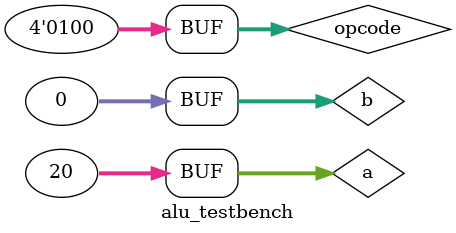
<source format=v>
`timescale 1ns / 1ps


/*
module alu_testbench(
    input [3:0] opcode,
    input [31:0] a,
    input [31:0] b,
    output reg [31:0] operator,
    output reg Z,
    output reg N,
    wire [31:0] out,
    wire zero,
    wire neg
    );
*/
    
module alu_testbench;
    reg [3:0] opcode;
    reg [31:0] a;
    reg [31:0] b;
    
    wire[31:0] out;
    wire Z;
    wire N;

    alu m1(
        .opcode(opcode),
        .a(a),
        .b(b),
        .out(out),
        .Z(Z),
        .N(N)
    );
    
    initial
    begin
    
    // a + b
    a = 5;
    b = 10;
    opcode = 4'b0000;
    #1000;
    
    // out = b + 1  increment
    a = 0;
    b = 9;
    opcode = 4'b0001;
    #1000;
    
    // out = -a  2's Compliment
    a = -15;
    b = 0;
    opcode = 4'b0010;
    #1000;
        
    // a - b,  Z = 1
    a = 5;
    b = 5;
    opcode = 4'b0011;
    #1000;
    
    // a - b,  N = 1
    a = 15;
    b = 10;
    opcode = 4'b0011;
    #1000;
        
    // out = a  pass
    a = 20;
    b = 0;
    opcode = 4'b0100;
    #1000;
    
    end
endmodule 
</source>
